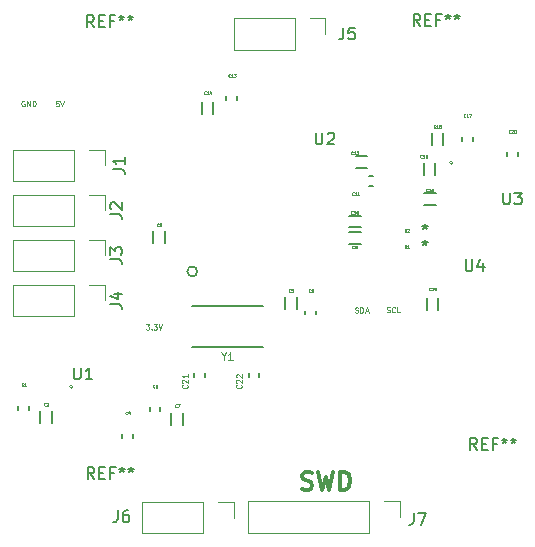
<source format=gto>
G04 #@! TF.FileFunction,Legend,Top*
%FSLAX46Y46*%
G04 Gerber Fmt 4.6, Leading zero omitted, Abs format (unit mm)*
G04 Created by KiCad (PCBNEW 4.0.7) date 12/16/19 01:30:10*
%MOMM*%
%LPD*%
G01*
G04 APERTURE LIST*
%ADD10C,0.100000*%
%ADD11C,0.300000*%
%ADD12C,0.127000*%
%ADD13C,0.120000*%
%ADD14C,0.025000*%
%ADD15C,0.150000*%
%ADD16C,0.050000*%
%ADD17C,0.062500*%
%ADD18C,0.112500*%
G04 APERTURE END LIST*
D10*
D11*
X140614286Y-134932143D02*
X140828572Y-135003571D01*
X141185715Y-135003571D01*
X141328572Y-134932143D01*
X141400001Y-134860714D01*
X141471429Y-134717857D01*
X141471429Y-134575000D01*
X141400001Y-134432143D01*
X141328572Y-134360714D01*
X141185715Y-134289286D01*
X140900001Y-134217857D01*
X140757143Y-134146429D01*
X140685715Y-134075000D01*
X140614286Y-133932143D01*
X140614286Y-133789286D01*
X140685715Y-133646429D01*
X140757143Y-133575000D01*
X140900001Y-133503571D01*
X141257143Y-133503571D01*
X141471429Y-133575000D01*
X141971429Y-133503571D02*
X142328572Y-135003571D01*
X142614286Y-133932143D01*
X142900000Y-135003571D01*
X143257143Y-133503571D01*
X143828572Y-135003571D02*
X143828572Y-133503571D01*
X144185715Y-133503571D01*
X144400000Y-133575000D01*
X144542858Y-133717857D01*
X144614286Y-133860714D01*
X144685715Y-134146429D01*
X144685715Y-134360714D01*
X144614286Y-134646429D01*
X144542858Y-134789286D01*
X144400000Y-134932143D01*
X144185715Y-135003571D01*
X143828572Y-135003571D01*
D12*
X117500000Y-127925000D02*
X117500000Y-128225000D01*
X116600000Y-127925000D02*
X116600000Y-128225000D01*
X119405000Y-129350000D02*
X119405000Y-128350000D01*
X118445000Y-128350000D02*
X118445000Y-129350000D01*
X140155000Y-119700000D02*
X140155000Y-118700000D01*
X139195000Y-118700000D02*
X139195000Y-119700000D01*
X126275000Y-130300000D02*
X126275000Y-130600000D01*
X125375000Y-130300000D02*
X125375000Y-130600000D01*
X141800000Y-119875000D02*
X141800000Y-120175000D01*
X140900000Y-119875000D02*
X140900000Y-120175000D01*
X128600000Y-128025000D02*
X128600000Y-128325000D01*
X127700000Y-128025000D02*
X127700000Y-128325000D01*
X130505000Y-129500000D02*
X130505000Y-128500000D01*
X129545000Y-128500000D02*
X129545000Y-129500000D01*
X128020000Y-113150000D02*
X128020000Y-114150000D01*
X128980000Y-114150000D02*
X128980000Y-113150000D01*
X145575000Y-113220000D02*
X144575000Y-113220000D01*
X144575000Y-114180000D02*
X145575000Y-114180000D01*
X145570000Y-111825000D02*
X144570000Y-111825000D01*
X144570000Y-112785000D02*
X145570000Y-112785000D01*
X146300000Y-108425000D02*
X146600000Y-108425000D01*
X146300000Y-109325000D02*
X146600000Y-109325000D01*
X146150000Y-106795000D02*
X145150000Y-106795000D01*
X145150000Y-107755000D02*
X146150000Y-107755000D01*
X134200000Y-102000000D02*
X134200000Y-101700000D01*
X135100000Y-102000000D02*
X135100000Y-101700000D01*
X132145000Y-102175000D02*
X132145000Y-103175000D01*
X133105000Y-103175000D02*
X133105000Y-102175000D01*
X151575000Y-104820000D02*
X151575000Y-105820000D01*
X152535000Y-105820000D02*
X152535000Y-104820000D01*
X150920000Y-110880000D02*
X151920000Y-110880000D01*
X151920000Y-109920000D02*
X150920000Y-109920000D01*
X154145000Y-105470000D02*
X154145000Y-105170000D01*
X155045000Y-105470000D02*
X155045000Y-105170000D01*
X151900000Y-108360000D02*
X151900000Y-107360000D01*
X150940000Y-107360000D02*
X150940000Y-108360000D01*
X152130000Y-119800000D02*
X152130000Y-118800000D01*
X151170000Y-118800000D02*
X151170000Y-119800000D01*
X157955000Y-106740000D02*
X157955000Y-106440000D01*
X158855000Y-106740000D02*
X158855000Y-106440000D01*
X131500000Y-125450000D02*
X131500000Y-125150000D01*
X132400000Y-125450000D02*
X132400000Y-125150000D01*
X136075000Y-125450000D02*
X136075000Y-125150000D01*
X136975000Y-125450000D02*
X136975000Y-125150000D01*
D13*
X116175000Y-106220000D02*
X116175000Y-108880000D01*
X121315000Y-106220000D02*
X116175000Y-106220000D01*
X121315000Y-108880000D02*
X116175000Y-108880000D01*
X121315000Y-106220000D02*
X121315000Y-108880000D01*
X122585000Y-106220000D02*
X123915000Y-106220000D01*
X123915000Y-106220000D02*
X123915000Y-107550000D01*
X116175000Y-110030000D02*
X116175000Y-112690000D01*
X121315000Y-110030000D02*
X116175000Y-110030000D01*
X121315000Y-112690000D02*
X116175000Y-112690000D01*
X121315000Y-110030000D02*
X121315000Y-112690000D01*
X122585000Y-110030000D02*
X123915000Y-110030000D01*
X123915000Y-110030000D02*
X123915000Y-111360000D01*
X116175000Y-113840000D02*
X116175000Y-116500000D01*
X121315000Y-113840000D02*
X116175000Y-113840000D01*
X121315000Y-116500000D02*
X116175000Y-116500000D01*
X121315000Y-113840000D02*
X121315000Y-116500000D01*
X122585000Y-113840000D02*
X123915000Y-113840000D01*
X123915000Y-113840000D02*
X123915000Y-115170000D01*
X116175000Y-117650000D02*
X116175000Y-120310000D01*
X121315000Y-117650000D02*
X116175000Y-117650000D01*
X121315000Y-120310000D02*
X116175000Y-120310000D01*
X121315000Y-117650000D02*
X121315000Y-120310000D01*
X122585000Y-117650000D02*
X123915000Y-117650000D01*
X123915000Y-117650000D02*
X123915000Y-118980000D01*
X134850000Y-95100000D02*
X134850000Y-97760000D01*
X139990000Y-95100000D02*
X134850000Y-95100000D01*
X139990000Y-97760000D02*
X134850000Y-97760000D01*
X139990000Y-95100000D02*
X139990000Y-97760000D01*
X141260000Y-95100000D02*
X142590000Y-95100000D01*
X142590000Y-95100000D02*
X142590000Y-96430000D01*
X127075000Y-136040000D02*
X127075000Y-138700000D01*
X132215000Y-136040000D02*
X127075000Y-136040000D01*
X132215000Y-138700000D02*
X127075000Y-138700000D01*
X132215000Y-136040000D02*
X132215000Y-138700000D01*
X133485000Y-136040000D02*
X134815000Y-136040000D01*
X134815000Y-136040000D02*
X134815000Y-137370000D01*
D14*
X121216421Y-126275000D02*
G75*
G03X121216421Y-126275000I-141421J0D01*
G01*
D15*
X131739264Y-116535000D02*
G75*
G03X131739264Y-116535000I-424264J0D01*
G01*
D16*
X153371421Y-107330000D02*
G75*
G03X153371421Y-107330000I-141421J0D01*
G01*
D12*
X137275000Y-122945000D02*
X131275000Y-122945000D01*
X137275000Y-119445000D02*
X131275000Y-119445000D01*
D13*
X136060000Y-135995000D02*
X136060000Y-138655000D01*
X146280000Y-135995000D02*
X136060000Y-135995000D01*
X146280000Y-138655000D02*
X136060000Y-138655000D01*
X146280000Y-135995000D02*
X146280000Y-138655000D01*
X147550000Y-135995000D02*
X148880000Y-135995000D01*
X148880000Y-135995000D02*
X148880000Y-137325000D01*
D15*
X123026667Y-134102381D02*
X122693333Y-133626190D01*
X122455238Y-134102381D02*
X122455238Y-133102381D01*
X122836191Y-133102381D01*
X122931429Y-133150000D01*
X122979048Y-133197619D01*
X123026667Y-133292857D01*
X123026667Y-133435714D01*
X122979048Y-133530952D01*
X122931429Y-133578571D01*
X122836191Y-133626190D01*
X122455238Y-133626190D01*
X123455238Y-133578571D02*
X123788572Y-133578571D01*
X123931429Y-134102381D02*
X123455238Y-134102381D01*
X123455238Y-133102381D01*
X123931429Y-133102381D01*
X124693334Y-133578571D02*
X124360000Y-133578571D01*
X124360000Y-134102381D02*
X124360000Y-133102381D01*
X124836191Y-133102381D01*
X125360000Y-133102381D02*
X125360000Y-133340476D01*
X125121905Y-133245238D02*
X125360000Y-133340476D01*
X125598096Y-133245238D01*
X125217143Y-133530952D02*
X125360000Y-133340476D01*
X125502858Y-133530952D01*
X126121905Y-133102381D02*
X126121905Y-133340476D01*
X125883810Y-133245238D02*
X126121905Y-133340476D01*
X126360001Y-133245238D01*
X125979048Y-133530952D02*
X126121905Y-133340476D01*
X126264763Y-133530952D01*
X155406667Y-131632381D02*
X155073333Y-131156190D01*
X154835238Y-131632381D02*
X154835238Y-130632381D01*
X155216191Y-130632381D01*
X155311429Y-130680000D01*
X155359048Y-130727619D01*
X155406667Y-130822857D01*
X155406667Y-130965714D01*
X155359048Y-131060952D01*
X155311429Y-131108571D01*
X155216191Y-131156190D01*
X154835238Y-131156190D01*
X155835238Y-131108571D02*
X156168572Y-131108571D01*
X156311429Y-131632381D02*
X155835238Y-131632381D01*
X155835238Y-130632381D01*
X156311429Y-130632381D01*
X157073334Y-131108571D02*
X156740000Y-131108571D01*
X156740000Y-131632381D02*
X156740000Y-130632381D01*
X157216191Y-130632381D01*
X157740000Y-130632381D02*
X157740000Y-130870476D01*
X157501905Y-130775238D02*
X157740000Y-130870476D01*
X157978096Y-130775238D01*
X157597143Y-131060952D02*
X157740000Y-130870476D01*
X157882858Y-131060952D01*
X158501905Y-130632381D02*
X158501905Y-130870476D01*
X158263810Y-130775238D02*
X158501905Y-130870476D01*
X158740001Y-130775238D01*
X158359048Y-131060952D02*
X158501905Y-130870476D01*
X158644763Y-131060952D01*
X150616667Y-95732381D02*
X150283333Y-95256190D01*
X150045238Y-95732381D02*
X150045238Y-94732381D01*
X150426191Y-94732381D01*
X150521429Y-94780000D01*
X150569048Y-94827619D01*
X150616667Y-94922857D01*
X150616667Y-95065714D01*
X150569048Y-95160952D01*
X150521429Y-95208571D01*
X150426191Y-95256190D01*
X150045238Y-95256190D01*
X151045238Y-95208571D02*
X151378572Y-95208571D01*
X151521429Y-95732381D02*
X151045238Y-95732381D01*
X151045238Y-94732381D01*
X151521429Y-94732381D01*
X152283334Y-95208571D02*
X151950000Y-95208571D01*
X151950000Y-95732381D02*
X151950000Y-94732381D01*
X152426191Y-94732381D01*
X152950000Y-94732381D02*
X152950000Y-94970476D01*
X152711905Y-94875238D02*
X152950000Y-94970476D01*
X153188096Y-94875238D01*
X152807143Y-95160952D02*
X152950000Y-94970476D01*
X153092858Y-95160952D01*
X153711905Y-94732381D02*
X153711905Y-94970476D01*
X153473810Y-94875238D02*
X153711905Y-94970476D01*
X153950001Y-94875238D01*
X153569048Y-95160952D02*
X153711905Y-94970476D01*
X153854763Y-95160952D01*
D16*
X117004829Y-126186081D02*
X116993351Y-126197559D01*
X116958918Y-126209036D01*
X116935963Y-126209036D01*
X116901531Y-126197559D01*
X116878575Y-126174604D01*
X116867098Y-126151649D01*
X116855620Y-126105738D01*
X116855620Y-126071306D01*
X116867098Y-126025395D01*
X116878575Y-126002440D01*
X116901531Y-125979485D01*
X116935963Y-125968007D01*
X116958918Y-125968007D01*
X116993351Y-125979485D01*
X117004829Y-125990963D01*
X117234380Y-126209036D02*
X117096649Y-126209036D01*
X117165515Y-126209036D02*
X117165515Y-125968007D01*
X117142560Y-126002440D01*
X117119604Y-126025395D01*
X117096649Y-126036873D01*
X118909829Y-127891081D02*
X118898351Y-127902559D01*
X118863918Y-127914036D01*
X118840963Y-127914036D01*
X118806531Y-127902559D01*
X118783575Y-127879604D01*
X118772098Y-127856649D01*
X118760620Y-127810738D01*
X118760620Y-127776306D01*
X118772098Y-127730395D01*
X118783575Y-127707440D01*
X118806531Y-127684485D01*
X118840963Y-127673007D01*
X118863918Y-127673007D01*
X118898351Y-127684485D01*
X118909829Y-127695963D01*
X119001649Y-127695963D02*
X119013127Y-127684485D01*
X119036082Y-127673007D01*
X119093470Y-127673007D01*
X119116425Y-127684485D01*
X119127903Y-127695963D01*
X119139380Y-127718918D01*
X119139380Y-127741873D01*
X119127903Y-127776306D01*
X118990172Y-127914036D01*
X119139380Y-127914036D01*
X139634829Y-118261081D02*
X139623351Y-118272559D01*
X139588918Y-118284036D01*
X139565963Y-118284036D01*
X139531531Y-118272559D01*
X139508575Y-118249604D01*
X139497098Y-118226649D01*
X139485620Y-118180738D01*
X139485620Y-118146306D01*
X139497098Y-118100395D01*
X139508575Y-118077440D01*
X139531531Y-118054485D01*
X139565963Y-118043007D01*
X139588918Y-118043007D01*
X139623351Y-118054485D01*
X139634829Y-118065963D01*
X139715172Y-118043007D02*
X139864380Y-118043007D01*
X139784037Y-118134828D01*
X139818470Y-118134828D01*
X139841425Y-118146306D01*
X139852903Y-118157783D01*
X139864380Y-118180738D01*
X139864380Y-118238126D01*
X139852903Y-118261081D01*
X139841425Y-118272559D01*
X139818470Y-118284036D01*
X139749604Y-118284036D01*
X139726649Y-118272559D01*
X139715172Y-118261081D01*
X125809829Y-128611081D02*
X125798351Y-128622559D01*
X125763918Y-128634036D01*
X125740963Y-128634036D01*
X125706531Y-128622559D01*
X125683575Y-128599604D01*
X125672098Y-128576649D01*
X125660620Y-128530738D01*
X125660620Y-128496306D01*
X125672098Y-128450395D01*
X125683575Y-128427440D01*
X125706531Y-128404485D01*
X125740963Y-128393007D01*
X125763918Y-128393007D01*
X125798351Y-128404485D01*
X125809829Y-128415963D01*
X126016425Y-128473350D02*
X126016425Y-128634036D01*
X125959037Y-128381530D02*
X125901649Y-128553693D01*
X126050858Y-128553693D01*
X141334829Y-118261081D02*
X141323351Y-118272559D01*
X141288918Y-118284036D01*
X141265963Y-118284036D01*
X141231531Y-118272559D01*
X141208575Y-118249604D01*
X141197098Y-118226649D01*
X141185620Y-118180738D01*
X141185620Y-118146306D01*
X141197098Y-118100395D01*
X141208575Y-118077440D01*
X141231531Y-118054485D01*
X141265963Y-118043007D01*
X141288918Y-118043007D01*
X141323351Y-118054485D01*
X141334829Y-118065963D01*
X141552903Y-118043007D02*
X141438127Y-118043007D01*
X141426649Y-118157783D01*
X141438127Y-118146306D01*
X141461082Y-118134828D01*
X141518470Y-118134828D01*
X141541425Y-118146306D01*
X141552903Y-118157783D01*
X141564380Y-118180738D01*
X141564380Y-118238126D01*
X141552903Y-118261081D01*
X141541425Y-118272559D01*
X141518470Y-118284036D01*
X141461082Y-118284036D01*
X141438127Y-118272559D01*
X141426649Y-118261081D01*
X128109829Y-126336081D02*
X128098351Y-126347559D01*
X128063918Y-126359036D01*
X128040963Y-126359036D01*
X128006531Y-126347559D01*
X127983575Y-126324604D01*
X127972098Y-126301649D01*
X127960620Y-126255738D01*
X127960620Y-126221306D01*
X127972098Y-126175395D01*
X127983575Y-126152440D01*
X128006531Y-126129485D01*
X128040963Y-126118007D01*
X128063918Y-126118007D01*
X128098351Y-126129485D01*
X128109829Y-126140963D01*
X128316425Y-126118007D02*
X128270515Y-126118007D01*
X128247560Y-126129485D01*
X128236082Y-126140963D01*
X128213127Y-126175395D01*
X128201649Y-126221306D01*
X128201649Y-126313126D01*
X128213127Y-126336081D01*
X128224604Y-126347559D01*
X128247560Y-126359036D01*
X128293470Y-126359036D01*
X128316425Y-126347559D01*
X128327903Y-126336081D01*
X128339380Y-126313126D01*
X128339380Y-126255738D01*
X128327903Y-126232783D01*
X128316425Y-126221306D01*
X128293470Y-126209828D01*
X128247560Y-126209828D01*
X128224604Y-126221306D01*
X128213127Y-126232783D01*
X128201649Y-126255738D01*
X130009829Y-127986081D02*
X129998351Y-127997559D01*
X129963918Y-128009036D01*
X129940963Y-128009036D01*
X129906531Y-127997559D01*
X129883575Y-127974604D01*
X129872098Y-127951649D01*
X129860620Y-127905738D01*
X129860620Y-127871306D01*
X129872098Y-127825395D01*
X129883575Y-127802440D01*
X129906531Y-127779485D01*
X129940963Y-127768007D01*
X129963918Y-127768007D01*
X129998351Y-127779485D01*
X130009829Y-127790963D01*
X130090172Y-127768007D02*
X130250858Y-127768007D01*
X130147560Y-128009036D01*
X128459829Y-112686081D02*
X128448351Y-112697559D01*
X128413918Y-112709036D01*
X128390963Y-112709036D01*
X128356531Y-112697559D01*
X128333575Y-112674604D01*
X128322098Y-112651649D01*
X128310620Y-112605738D01*
X128310620Y-112571306D01*
X128322098Y-112525395D01*
X128333575Y-112502440D01*
X128356531Y-112479485D01*
X128390963Y-112468007D01*
X128413918Y-112468007D01*
X128448351Y-112479485D01*
X128459829Y-112490963D01*
X128597560Y-112571306D02*
X128574604Y-112559828D01*
X128563127Y-112548350D01*
X128551649Y-112525395D01*
X128551649Y-112513918D01*
X128563127Y-112490963D01*
X128574604Y-112479485D01*
X128597560Y-112468007D01*
X128643470Y-112468007D01*
X128666425Y-112479485D01*
X128677903Y-112490963D01*
X128689380Y-112513918D01*
X128689380Y-112525395D01*
X128677903Y-112548350D01*
X128666425Y-112559828D01*
X128643470Y-112571306D01*
X128597560Y-112571306D01*
X128574604Y-112582783D01*
X128563127Y-112594261D01*
X128551649Y-112617216D01*
X128551649Y-112663126D01*
X128563127Y-112686081D01*
X128574604Y-112697559D01*
X128597560Y-112709036D01*
X128643470Y-112709036D01*
X128666425Y-112697559D01*
X128677903Y-112686081D01*
X128689380Y-112663126D01*
X128689380Y-112617216D01*
X128677903Y-112594261D01*
X128666425Y-112582783D01*
X128643470Y-112571306D01*
X145014829Y-114561081D02*
X145003351Y-114572559D01*
X144968918Y-114584036D01*
X144945963Y-114584036D01*
X144911531Y-114572559D01*
X144888575Y-114549604D01*
X144877098Y-114526649D01*
X144865620Y-114480738D01*
X144865620Y-114446306D01*
X144877098Y-114400395D01*
X144888575Y-114377440D01*
X144911531Y-114354485D01*
X144945963Y-114343007D01*
X144968918Y-114343007D01*
X145003351Y-114354485D01*
X145014829Y-114365963D01*
X145129604Y-114584036D02*
X145175515Y-114584036D01*
X145198470Y-114572559D01*
X145209947Y-114561081D01*
X145232903Y-114526649D01*
X145244380Y-114480738D01*
X145244380Y-114388918D01*
X145232903Y-114365963D01*
X145221425Y-114354485D01*
X145198470Y-114343007D01*
X145152560Y-114343007D01*
X145129604Y-114354485D01*
X145118127Y-114365963D01*
X145106649Y-114388918D01*
X145106649Y-114446306D01*
X145118127Y-114469261D01*
X145129604Y-114480738D01*
X145152560Y-114492216D01*
X145198470Y-114492216D01*
X145221425Y-114480738D01*
X145232903Y-114469261D01*
X145244380Y-114446306D01*
X144895054Y-111636081D02*
X144883576Y-111647559D01*
X144849143Y-111659036D01*
X144826188Y-111659036D01*
X144791756Y-111647559D01*
X144768800Y-111624604D01*
X144757323Y-111601649D01*
X144745845Y-111555738D01*
X144745845Y-111521306D01*
X144757323Y-111475395D01*
X144768800Y-111452440D01*
X144791756Y-111429485D01*
X144826188Y-111418007D01*
X144849143Y-111418007D01*
X144883576Y-111429485D01*
X144895054Y-111440963D01*
X145124605Y-111659036D02*
X144986874Y-111659036D01*
X145055740Y-111659036D02*
X145055740Y-111418007D01*
X145032785Y-111452440D01*
X145009829Y-111475395D01*
X144986874Y-111486873D01*
X145273813Y-111418007D02*
X145296768Y-111418007D01*
X145319723Y-111429485D01*
X145331201Y-111440963D01*
X145342679Y-111463918D01*
X145354156Y-111509828D01*
X145354156Y-111567216D01*
X145342679Y-111613126D01*
X145331201Y-111636081D01*
X145319723Y-111647559D01*
X145296768Y-111659036D01*
X145273813Y-111659036D01*
X145250858Y-111647559D01*
X145239380Y-111636081D01*
X145227903Y-111613126D01*
X145216425Y-111567216D01*
X145216425Y-111509828D01*
X145227903Y-111463918D01*
X145239380Y-111440963D01*
X145250858Y-111429485D01*
X145273813Y-111418007D01*
X144995054Y-110036081D02*
X144983576Y-110047559D01*
X144949143Y-110059036D01*
X144926188Y-110059036D01*
X144891756Y-110047559D01*
X144868800Y-110024604D01*
X144857323Y-110001649D01*
X144845845Y-109955738D01*
X144845845Y-109921306D01*
X144857323Y-109875395D01*
X144868800Y-109852440D01*
X144891756Y-109829485D01*
X144926188Y-109818007D01*
X144949143Y-109818007D01*
X144983576Y-109829485D01*
X144995054Y-109840963D01*
X145224605Y-110059036D02*
X145086874Y-110059036D01*
X145155740Y-110059036D02*
X145155740Y-109818007D01*
X145132785Y-109852440D01*
X145109829Y-109875395D01*
X145086874Y-109886873D01*
X145454156Y-110059036D02*
X145316425Y-110059036D01*
X145385291Y-110059036D02*
X145385291Y-109818007D01*
X145362336Y-109852440D01*
X145339380Y-109875395D01*
X145316425Y-109886873D01*
X144920054Y-106586081D02*
X144908576Y-106597559D01*
X144874143Y-106609036D01*
X144851188Y-106609036D01*
X144816756Y-106597559D01*
X144793800Y-106574604D01*
X144782323Y-106551649D01*
X144770845Y-106505738D01*
X144770845Y-106471306D01*
X144782323Y-106425395D01*
X144793800Y-106402440D01*
X144816756Y-106379485D01*
X144851188Y-106368007D01*
X144874143Y-106368007D01*
X144908576Y-106379485D01*
X144920054Y-106390963D01*
X145149605Y-106609036D02*
X145011874Y-106609036D01*
X145080740Y-106609036D02*
X145080740Y-106368007D01*
X145057785Y-106402440D01*
X145034829Y-106425395D01*
X145011874Y-106436873D01*
X145241425Y-106390963D02*
X145252903Y-106379485D01*
X145275858Y-106368007D01*
X145333246Y-106368007D01*
X145356201Y-106379485D01*
X145367679Y-106390963D01*
X145379156Y-106413918D01*
X145379156Y-106436873D01*
X145367679Y-106471306D01*
X145229948Y-106609036D01*
X145379156Y-106609036D01*
X134520054Y-100041081D02*
X134508576Y-100052559D01*
X134474143Y-100064036D01*
X134451188Y-100064036D01*
X134416756Y-100052559D01*
X134393800Y-100029604D01*
X134382323Y-100006649D01*
X134370845Y-99960738D01*
X134370845Y-99926306D01*
X134382323Y-99880395D01*
X134393800Y-99857440D01*
X134416756Y-99834485D01*
X134451188Y-99823007D01*
X134474143Y-99823007D01*
X134508576Y-99834485D01*
X134520054Y-99845963D01*
X134749605Y-100064036D02*
X134611874Y-100064036D01*
X134680740Y-100064036D02*
X134680740Y-99823007D01*
X134657785Y-99857440D01*
X134634829Y-99880395D01*
X134611874Y-99891873D01*
X134829948Y-99823007D02*
X134979156Y-99823007D01*
X134898813Y-99914828D01*
X134933246Y-99914828D01*
X134956201Y-99926306D01*
X134967679Y-99937783D01*
X134979156Y-99960738D01*
X134979156Y-100018126D01*
X134967679Y-100041081D01*
X134956201Y-100052559D01*
X134933246Y-100064036D01*
X134864380Y-100064036D01*
X134841425Y-100052559D01*
X134829948Y-100041081D01*
X132470054Y-101491081D02*
X132458576Y-101502559D01*
X132424143Y-101514036D01*
X132401188Y-101514036D01*
X132366756Y-101502559D01*
X132343800Y-101479604D01*
X132332323Y-101456649D01*
X132320845Y-101410738D01*
X132320845Y-101376306D01*
X132332323Y-101330395D01*
X132343800Y-101307440D01*
X132366756Y-101284485D01*
X132401188Y-101273007D01*
X132424143Y-101273007D01*
X132458576Y-101284485D01*
X132470054Y-101295963D01*
X132699605Y-101514036D02*
X132561874Y-101514036D01*
X132630740Y-101514036D02*
X132630740Y-101273007D01*
X132607785Y-101307440D01*
X132584829Y-101330395D01*
X132561874Y-101341873D01*
X132906201Y-101353350D02*
X132906201Y-101514036D01*
X132848813Y-101261530D02*
X132791425Y-101433693D01*
X132940634Y-101433693D01*
X151895054Y-104336081D02*
X151883576Y-104347559D01*
X151849143Y-104359036D01*
X151826188Y-104359036D01*
X151791756Y-104347559D01*
X151768800Y-104324604D01*
X151757323Y-104301649D01*
X151745845Y-104255738D01*
X151745845Y-104221306D01*
X151757323Y-104175395D01*
X151768800Y-104152440D01*
X151791756Y-104129485D01*
X151826188Y-104118007D01*
X151849143Y-104118007D01*
X151883576Y-104129485D01*
X151895054Y-104140963D01*
X152124605Y-104359036D02*
X151986874Y-104359036D01*
X152055740Y-104359036D02*
X152055740Y-104118007D01*
X152032785Y-104152440D01*
X152009829Y-104175395D01*
X151986874Y-104186873D01*
X152342679Y-104118007D02*
X152227903Y-104118007D01*
X152216425Y-104232783D01*
X152227903Y-104221306D01*
X152250858Y-104209828D01*
X152308246Y-104209828D01*
X152331201Y-104221306D01*
X152342679Y-104232783D01*
X152354156Y-104255738D01*
X152354156Y-104313126D01*
X152342679Y-104336081D01*
X152331201Y-104347559D01*
X152308246Y-104359036D01*
X152250858Y-104359036D01*
X152227903Y-104347559D01*
X152216425Y-104336081D01*
X151245054Y-109736081D02*
X151233576Y-109747559D01*
X151199143Y-109759036D01*
X151176188Y-109759036D01*
X151141756Y-109747559D01*
X151118800Y-109724604D01*
X151107323Y-109701649D01*
X151095845Y-109655738D01*
X151095845Y-109621306D01*
X151107323Y-109575395D01*
X151118800Y-109552440D01*
X151141756Y-109529485D01*
X151176188Y-109518007D01*
X151199143Y-109518007D01*
X151233576Y-109529485D01*
X151245054Y-109540963D01*
X151474605Y-109759036D02*
X151336874Y-109759036D01*
X151405740Y-109759036D02*
X151405740Y-109518007D01*
X151382785Y-109552440D01*
X151359829Y-109575395D01*
X151336874Y-109586873D01*
X151681201Y-109518007D02*
X151635291Y-109518007D01*
X151612336Y-109529485D01*
X151600858Y-109540963D01*
X151577903Y-109575395D01*
X151566425Y-109621306D01*
X151566425Y-109713126D01*
X151577903Y-109736081D01*
X151589380Y-109747559D01*
X151612336Y-109759036D01*
X151658246Y-109759036D01*
X151681201Y-109747559D01*
X151692679Y-109736081D01*
X151704156Y-109713126D01*
X151704156Y-109655738D01*
X151692679Y-109632783D01*
X151681201Y-109621306D01*
X151658246Y-109609828D01*
X151612336Y-109609828D01*
X151589380Y-109621306D01*
X151577903Y-109632783D01*
X151566425Y-109655738D01*
X154445054Y-103436081D02*
X154433576Y-103447559D01*
X154399143Y-103459036D01*
X154376188Y-103459036D01*
X154341756Y-103447559D01*
X154318800Y-103424604D01*
X154307323Y-103401649D01*
X154295845Y-103355738D01*
X154295845Y-103321306D01*
X154307323Y-103275395D01*
X154318800Y-103252440D01*
X154341756Y-103229485D01*
X154376188Y-103218007D01*
X154399143Y-103218007D01*
X154433576Y-103229485D01*
X154445054Y-103240963D01*
X154674605Y-103459036D02*
X154536874Y-103459036D01*
X154605740Y-103459036D02*
X154605740Y-103218007D01*
X154582785Y-103252440D01*
X154559829Y-103275395D01*
X154536874Y-103286873D01*
X154754948Y-103218007D02*
X154915634Y-103218007D01*
X154812336Y-103459036D01*
X150745054Y-106886081D02*
X150733576Y-106897559D01*
X150699143Y-106909036D01*
X150676188Y-106909036D01*
X150641756Y-106897559D01*
X150618800Y-106874604D01*
X150607323Y-106851649D01*
X150595845Y-106805738D01*
X150595845Y-106771306D01*
X150607323Y-106725395D01*
X150618800Y-106702440D01*
X150641756Y-106679485D01*
X150676188Y-106668007D01*
X150699143Y-106668007D01*
X150733576Y-106679485D01*
X150745054Y-106690963D01*
X150974605Y-106909036D02*
X150836874Y-106909036D01*
X150905740Y-106909036D02*
X150905740Y-106668007D01*
X150882785Y-106702440D01*
X150859829Y-106725395D01*
X150836874Y-106736873D01*
X151112336Y-106771306D02*
X151089380Y-106759828D01*
X151077903Y-106748350D01*
X151066425Y-106725395D01*
X151066425Y-106713918D01*
X151077903Y-106690963D01*
X151089380Y-106679485D01*
X151112336Y-106668007D01*
X151158246Y-106668007D01*
X151181201Y-106679485D01*
X151192679Y-106690963D01*
X151204156Y-106713918D01*
X151204156Y-106725395D01*
X151192679Y-106748350D01*
X151181201Y-106759828D01*
X151158246Y-106771306D01*
X151112336Y-106771306D01*
X151089380Y-106782783D01*
X151077903Y-106794261D01*
X151066425Y-106817216D01*
X151066425Y-106863126D01*
X151077903Y-106886081D01*
X151089380Y-106897559D01*
X151112336Y-106909036D01*
X151158246Y-106909036D01*
X151181201Y-106897559D01*
X151192679Y-106886081D01*
X151204156Y-106863126D01*
X151204156Y-106817216D01*
X151192679Y-106794261D01*
X151181201Y-106782783D01*
X151158246Y-106771306D01*
X151495054Y-118116081D02*
X151483576Y-118127559D01*
X151449143Y-118139036D01*
X151426188Y-118139036D01*
X151391756Y-118127559D01*
X151368800Y-118104604D01*
X151357323Y-118081649D01*
X151345845Y-118035738D01*
X151345845Y-118001306D01*
X151357323Y-117955395D01*
X151368800Y-117932440D01*
X151391756Y-117909485D01*
X151426188Y-117898007D01*
X151449143Y-117898007D01*
X151483576Y-117909485D01*
X151495054Y-117920963D01*
X151724605Y-118139036D02*
X151586874Y-118139036D01*
X151655740Y-118139036D02*
X151655740Y-117898007D01*
X151632785Y-117932440D01*
X151609829Y-117955395D01*
X151586874Y-117966873D01*
X151839380Y-118139036D02*
X151885291Y-118139036D01*
X151908246Y-118127559D01*
X151919723Y-118116081D01*
X151942679Y-118081649D01*
X151954156Y-118035738D01*
X151954156Y-117943918D01*
X151942679Y-117920963D01*
X151931201Y-117909485D01*
X151908246Y-117898007D01*
X151862336Y-117898007D01*
X151839380Y-117909485D01*
X151827903Y-117920963D01*
X151816425Y-117943918D01*
X151816425Y-118001306D01*
X151827903Y-118024261D01*
X151839380Y-118035738D01*
X151862336Y-118047216D01*
X151908246Y-118047216D01*
X151931201Y-118035738D01*
X151942679Y-118024261D01*
X151954156Y-118001306D01*
X158250054Y-104771081D02*
X158238576Y-104782559D01*
X158204143Y-104794036D01*
X158181188Y-104794036D01*
X158146756Y-104782559D01*
X158123800Y-104759604D01*
X158112323Y-104736649D01*
X158100845Y-104690738D01*
X158100845Y-104656306D01*
X158112323Y-104610395D01*
X158123800Y-104587440D01*
X158146756Y-104564485D01*
X158181188Y-104553007D01*
X158204143Y-104553007D01*
X158238576Y-104564485D01*
X158250054Y-104575963D01*
X158341874Y-104575963D02*
X158353352Y-104564485D01*
X158376307Y-104553007D01*
X158433695Y-104553007D01*
X158456650Y-104564485D01*
X158468128Y-104575963D01*
X158479605Y-104598918D01*
X158479605Y-104621873D01*
X158468128Y-104656306D01*
X158330397Y-104794036D01*
X158479605Y-104794036D01*
X158628813Y-104553007D02*
X158651768Y-104553007D01*
X158674723Y-104564485D01*
X158686201Y-104575963D01*
X158697679Y-104598918D01*
X158709156Y-104644828D01*
X158709156Y-104702216D01*
X158697679Y-104748126D01*
X158686201Y-104771081D01*
X158674723Y-104782559D01*
X158651768Y-104794036D01*
X158628813Y-104794036D01*
X158605858Y-104782559D01*
X158594380Y-104771081D01*
X158582903Y-104748126D01*
X158571425Y-104702216D01*
X158571425Y-104644828D01*
X158582903Y-104598918D01*
X158594380Y-104575963D01*
X158605858Y-104564485D01*
X158628813Y-104553007D01*
X130880059Y-126141596D02*
X130902634Y-126164171D01*
X130925208Y-126231895D01*
X130925208Y-126277044D01*
X130902634Y-126344768D01*
X130857485Y-126389917D01*
X130812335Y-126412492D01*
X130722037Y-126435067D01*
X130654313Y-126435067D01*
X130564014Y-126412492D01*
X130518865Y-126389917D01*
X130473716Y-126344768D01*
X130451141Y-126277044D01*
X130451141Y-126231895D01*
X130473716Y-126164171D01*
X130496291Y-126141596D01*
X130496291Y-125961000D02*
X130473716Y-125938425D01*
X130451141Y-125893276D01*
X130451141Y-125780403D01*
X130473716Y-125735253D01*
X130496291Y-125712679D01*
X130541440Y-125690104D01*
X130586589Y-125690104D01*
X130654313Y-125712679D01*
X130925208Y-125983574D01*
X130925208Y-125690104D01*
X130925208Y-125238612D02*
X130925208Y-125509508D01*
X130925208Y-125374060D02*
X130451141Y-125374060D01*
X130518865Y-125419209D01*
X130564014Y-125464358D01*
X130586589Y-125509508D01*
X135455059Y-126141596D02*
X135477634Y-126164171D01*
X135500208Y-126231895D01*
X135500208Y-126277044D01*
X135477634Y-126344768D01*
X135432485Y-126389917D01*
X135387335Y-126412492D01*
X135297037Y-126435067D01*
X135229313Y-126435067D01*
X135139014Y-126412492D01*
X135093865Y-126389917D01*
X135048716Y-126344768D01*
X135026141Y-126277044D01*
X135026141Y-126231895D01*
X135048716Y-126164171D01*
X135071291Y-126141596D01*
X135071291Y-125961000D02*
X135048716Y-125938425D01*
X135026141Y-125893276D01*
X135026141Y-125780403D01*
X135048716Y-125735253D01*
X135071291Y-125712679D01*
X135116440Y-125690104D01*
X135161589Y-125690104D01*
X135229313Y-125712679D01*
X135500208Y-125983574D01*
X135500208Y-125690104D01*
X135071291Y-125509508D02*
X135048716Y-125486933D01*
X135026141Y-125441784D01*
X135026141Y-125328911D01*
X135048716Y-125283761D01*
X135071291Y-125261187D01*
X135116440Y-125238612D01*
X135161589Y-125238612D01*
X135229313Y-125261187D01*
X135500208Y-125532082D01*
X135500208Y-125238612D01*
D15*
X124577381Y-107883333D02*
X125291667Y-107883333D01*
X125434524Y-107930953D01*
X125529762Y-108026191D01*
X125577381Y-108169048D01*
X125577381Y-108264286D01*
X125577381Y-106883333D02*
X125577381Y-107454762D01*
X125577381Y-107169048D02*
X124577381Y-107169048D01*
X124720238Y-107264286D01*
X124815476Y-107359524D01*
X124863095Y-107454762D01*
X124367381Y-111693333D02*
X125081667Y-111693333D01*
X125224524Y-111740953D01*
X125319762Y-111836191D01*
X125367381Y-111979048D01*
X125367381Y-112074286D01*
X124462619Y-111264762D02*
X124415000Y-111217143D01*
X124367381Y-111121905D01*
X124367381Y-110883809D01*
X124415000Y-110788571D01*
X124462619Y-110740952D01*
X124557857Y-110693333D01*
X124653095Y-110693333D01*
X124795952Y-110740952D01*
X125367381Y-111312381D01*
X125367381Y-110693333D01*
X124367381Y-115503333D02*
X125081667Y-115503333D01*
X125224524Y-115550953D01*
X125319762Y-115646191D01*
X125367381Y-115789048D01*
X125367381Y-115884286D01*
X124367381Y-115122381D02*
X124367381Y-114503333D01*
X124748333Y-114836667D01*
X124748333Y-114693809D01*
X124795952Y-114598571D01*
X124843571Y-114550952D01*
X124938810Y-114503333D01*
X125176905Y-114503333D01*
X125272143Y-114550952D01*
X125319762Y-114598571D01*
X125367381Y-114693809D01*
X125367381Y-114979524D01*
X125319762Y-115074762D01*
X125272143Y-115122381D01*
X124367381Y-119313333D02*
X125081667Y-119313333D01*
X125224524Y-119360953D01*
X125319762Y-119456191D01*
X125367381Y-119599048D01*
X125367381Y-119694286D01*
X124700714Y-118408571D02*
X125367381Y-118408571D01*
X124319762Y-118646667D02*
X125034048Y-118884762D01*
X125034048Y-118265714D01*
X144101667Y-95882381D02*
X144101667Y-96596667D01*
X144054047Y-96739524D01*
X143958809Y-96834762D01*
X143815952Y-96882381D01*
X143720714Y-96882381D01*
X145054048Y-95882381D02*
X144577857Y-95882381D01*
X144530238Y-96358571D01*
X144577857Y-96310952D01*
X144673095Y-96263333D01*
X144911191Y-96263333D01*
X145006429Y-96310952D01*
X145054048Y-96358571D01*
X145101667Y-96453810D01*
X145101667Y-96691905D01*
X145054048Y-96787143D01*
X145006429Y-96834762D01*
X144911191Y-96882381D01*
X144673095Y-96882381D01*
X144577857Y-96834762D01*
X144530238Y-96787143D01*
X124991667Y-136752381D02*
X124991667Y-137466667D01*
X124944047Y-137609524D01*
X124848809Y-137704762D01*
X124705952Y-137752381D01*
X124610714Y-137752381D01*
X125896429Y-136752381D02*
X125705952Y-136752381D01*
X125610714Y-136800000D01*
X125563095Y-136847619D01*
X125467857Y-136990476D01*
X125420238Y-137180952D01*
X125420238Y-137561905D01*
X125467857Y-137657143D01*
X125515476Y-137704762D01*
X125610714Y-137752381D01*
X125801191Y-137752381D01*
X125896429Y-137704762D01*
X125944048Y-137657143D01*
X125991667Y-137561905D01*
X125991667Y-137323810D01*
X125944048Y-137228571D01*
X125896429Y-137180952D01*
X125801191Y-137133333D01*
X125610714Y-137133333D01*
X125515476Y-137180952D01*
X125467857Y-137228571D01*
X125420238Y-137323810D01*
D17*
X149438334Y-114573095D02*
X149355001Y-114454048D01*
X149295477Y-114573095D02*
X149295477Y-114323095D01*
X149390715Y-114323095D01*
X149414524Y-114335000D01*
X149426429Y-114346905D01*
X149438334Y-114370714D01*
X149438334Y-114406429D01*
X149426429Y-114430238D01*
X149414524Y-114442143D01*
X149390715Y-114454048D01*
X149295477Y-114454048D01*
X149676429Y-114573095D02*
X149533572Y-114573095D01*
X149605001Y-114573095D02*
X149605001Y-114323095D01*
X149581191Y-114358810D01*
X149557382Y-114382619D01*
X149533572Y-114394524D01*
D15*
X151000000Y-113902381D02*
X151000000Y-114140476D01*
X150761905Y-114045238D02*
X151000000Y-114140476D01*
X151238096Y-114045238D01*
X150857143Y-114330952D02*
X151000000Y-114140476D01*
X151142858Y-114330952D01*
D17*
X149438334Y-113178095D02*
X149355001Y-113059048D01*
X149295477Y-113178095D02*
X149295477Y-112928095D01*
X149390715Y-112928095D01*
X149414524Y-112940000D01*
X149426429Y-112951905D01*
X149438334Y-112975714D01*
X149438334Y-113011429D01*
X149426429Y-113035238D01*
X149414524Y-113047143D01*
X149390715Y-113059048D01*
X149295477Y-113059048D01*
X149533572Y-112951905D02*
X149545477Y-112940000D01*
X149569286Y-112928095D01*
X149628810Y-112928095D01*
X149652620Y-112940000D01*
X149664524Y-112951905D01*
X149676429Y-112975714D01*
X149676429Y-112999524D01*
X149664524Y-113035238D01*
X149521667Y-113178095D01*
X149676429Y-113178095D01*
D15*
X151025000Y-112552381D02*
X151025000Y-112790476D01*
X150786905Y-112695238D02*
X151025000Y-112790476D01*
X151263096Y-112695238D01*
X150882143Y-112980952D02*
X151025000Y-112790476D01*
X151167858Y-112980952D01*
X121288095Y-124677381D02*
X121288095Y-125486905D01*
X121335714Y-125582143D01*
X121383333Y-125629762D01*
X121478571Y-125677381D01*
X121669048Y-125677381D01*
X121764286Y-125629762D01*
X121811905Y-125582143D01*
X121859524Y-125486905D01*
X121859524Y-124677381D01*
X122859524Y-125677381D02*
X122288095Y-125677381D01*
X122573809Y-125677381D02*
X122573809Y-124677381D01*
X122478571Y-124820238D01*
X122383333Y-124915476D01*
X122288095Y-124963095D01*
X141768095Y-104772381D02*
X141768095Y-105581905D01*
X141815714Y-105677143D01*
X141863333Y-105724762D01*
X141958571Y-105772381D01*
X142149048Y-105772381D01*
X142244286Y-105724762D01*
X142291905Y-105677143D01*
X142339524Y-105581905D01*
X142339524Y-104772381D01*
X142768095Y-104867619D02*
X142815714Y-104820000D01*
X142910952Y-104772381D01*
X143149048Y-104772381D01*
X143244286Y-104820000D01*
X143291905Y-104867619D01*
X143339524Y-104962857D01*
X143339524Y-105058095D01*
X143291905Y-105200952D01*
X142720476Y-105772381D01*
X143339524Y-105772381D01*
X157643095Y-109852381D02*
X157643095Y-110661905D01*
X157690714Y-110757143D01*
X157738333Y-110804762D01*
X157833571Y-110852381D01*
X158024048Y-110852381D01*
X158119286Y-110804762D01*
X158166905Y-110757143D01*
X158214524Y-110661905D01*
X158214524Y-109852381D01*
X158595476Y-109852381D02*
X159214524Y-109852381D01*
X158881190Y-110233333D01*
X159024048Y-110233333D01*
X159119286Y-110280952D01*
X159166905Y-110328571D01*
X159214524Y-110423810D01*
X159214524Y-110661905D01*
X159166905Y-110757143D01*
X159119286Y-110804762D01*
X159024048Y-110852381D01*
X158738333Y-110852381D01*
X158643095Y-110804762D01*
X158595476Y-110757143D01*
X154463095Y-115502381D02*
X154463095Y-116311905D01*
X154510714Y-116407143D01*
X154558333Y-116454762D01*
X154653571Y-116502381D01*
X154844048Y-116502381D01*
X154939286Y-116454762D01*
X154986905Y-116407143D01*
X155034524Y-116311905D01*
X155034524Y-115502381D01*
X155939286Y-115835714D02*
X155939286Y-116502381D01*
X155701190Y-115454762D02*
X155463095Y-116169048D01*
X156082143Y-116169048D01*
D16*
X133969535Y-123719727D02*
X133969535Y-124025192D01*
X133755710Y-123383716D02*
X133969535Y-123719727D01*
X134183361Y-123383716D01*
X134733198Y-124025192D02*
X134366640Y-124025192D01*
X134549919Y-124025192D02*
X134549919Y-123383716D01*
X134488826Y-123475355D01*
X134427733Y-123536448D01*
X134366640Y-123566994D01*
D15*
X150066667Y-136977381D02*
X150066667Y-137691667D01*
X150019047Y-137834524D01*
X149923809Y-137929762D01*
X149780952Y-137977381D01*
X149685714Y-137977381D01*
X150447619Y-136977381D02*
X151114286Y-136977381D01*
X150685714Y-137977381D01*
D18*
X147789286Y-119982143D02*
X147853572Y-120003571D01*
X147960715Y-120003571D01*
X148003572Y-119982143D01*
X148025001Y-119960714D01*
X148046429Y-119917857D01*
X148046429Y-119875000D01*
X148025001Y-119832143D01*
X148003572Y-119810714D01*
X147960715Y-119789286D01*
X147875001Y-119767857D01*
X147832143Y-119746429D01*
X147810715Y-119725000D01*
X147789286Y-119682143D01*
X147789286Y-119639286D01*
X147810715Y-119596429D01*
X147832143Y-119575000D01*
X147875001Y-119553571D01*
X147982143Y-119553571D01*
X148046429Y-119575000D01*
X148496429Y-119960714D02*
X148475000Y-119982143D01*
X148410714Y-120003571D01*
X148367857Y-120003571D01*
X148303572Y-119982143D01*
X148260714Y-119939286D01*
X148239286Y-119896429D01*
X148217857Y-119810714D01*
X148217857Y-119746429D01*
X148239286Y-119660714D01*
X148260714Y-119617857D01*
X148303572Y-119575000D01*
X148367857Y-119553571D01*
X148410714Y-119553571D01*
X148475000Y-119575000D01*
X148496429Y-119596429D01*
X148903572Y-120003571D02*
X148689286Y-120003571D01*
X148689286Y-119553571D01*
X145103572Y-120007143D02*
X145167858Y-120028571D01*
X145275001Y-120028571D01*
X145317858Y-120007143D01*
X145339287Y-119985714D01*
X145360715Y-119942857D01*
X145360715Y-119900000D01*
X145339287Y-119857143D01*
X145317858Y-119835714D01*
X145275001Y-119814286D01*
X145189287Y-119792857D01*
X145146429Y-119771429D01*
X145125001Y-119750000D01*
X145103572Y-119707143D01*
X145103572Y-119664286D01*
X145125001Y-119621429D01*
X145146429Y-119600000D01*
X145189287Y-119578571D01*
X145296429Y-119578571D01*
X145360715Y-119600000D01*
X145553572Y-120028571D02*
X145553572Y-119578571D01*
X145660715Y-119578571D01*
X145725000Y-119600000D01*
X145767858Y-119642857D01*
X145789286Y-119685714D01*
X145810715Y-119771429D01*
X145810715Y-119835714D01*
X145789286Y-119921429D01*
X145767858Y-119964286D01*
X145725000Y-120007143D01*
X145660715Y-120028571D01*
X145553572Y-120028571D01*
X145982143Y-119900000D02*
X146196429Y-119900000D01*
X145939286Y-120028571D02*
X146089286Y-119578571D01*
X146239286Y-120028571D01*
X119989287Y-102103571D02*
X119775001Y-102103571D01*
X119753572Y-102317857D01*
X119775001Y-102296429D01*
X119817858Y-102275000D01*
X119925001Y-102275000D01*
X119967858Y-102296429D01*
X119989287Y-102317857D01*
X120010715Y-102360714D01*
X120010715Y-102467857D01*
X119989287Y-102510714D01*
X119967858Y-102532143D01*
X119925001Y-102553571D01*
X119817858Y-102553571D01*
X119775001Y-102532143D01*
X119753572Y-102510714D01*
X120139286Y-102103571D02*
X120289286Y-102553571D01*
X120439286Y-102103571D01*
X127405715Y-121003571D02*
X127684286Y-121003571D01*
X127534286Y-121175000D01*
X127598572Y-121175000D01*
X127641429Y-121196429D01*
X127662858Y-121217857D01*
X127684286Y-121260714D01*
X127684286Y-121367857D01*
X127662858Y-121410714D01*
X127641429Y-121432143D01*
X127598572Y-121453571D01*
X127470000Y-121453571D01*
X127427143Y-121432143D01*
X127405715Y-121410714D01*
X127877143Y-121410714D02*
X127898571Y-121432143D01*
X127877143Y-121453571D01*
X127855714Y-121432143D01*
X127877143Y-121410714D01*
X127877143Y-121453571D01*
X128048572Y-121003571D02*
X128327143Y-121003571D01*
X128177143Y-121175000D01*
X128241429Y-121175000D01*
X128284286Y-121196429D01*
X128305715Y-121217857D01*
X128327143Y-121260714D01*
X128327143Y-121367857D01*
X128305715Y-121410714D01*
X128284286Y-121432143D01*
X128241429Y-121453571D01*
X128112857Y-121453571D01*
X128070000Y-121432143D01*
X128048572Y-121410714D01*
X128455714Y-121003571D02*
X128605714Y-121453571D01*
X128755714Y-121003571D01*
X117107143Y-102125000D02*
X117064286Y-102103571D01*
X117000000Y-102103571D01*
X116935715Y-102125000D01*
X116892857Y-102167857D01*
X116871429Y-102210714D01*
X116850000Y-102296429D01*
X116850000Y-102360714D01*
X116871429Y-102446429D01*
X116892857Y-102489286D01*
X116935715Y-102532143D01*
X117000000Y-102553571D01*
X117042857Y-102553571D01*
X117107143Y-102532143D01*
X117128572Y-102510714D01*
X117128572Y-102360714D01*
X117042857Y-102360714D01*
X117321429Y-102553571D02*
X117321429Y-102103571D01*
X117578572Y-102553571D01*
X117578572Y-102103571D01*
X117792858Y-102553571D02*
X117792858Y-102103571D01*
X117900001Y-102103571D01*
X117964286Y-102125000D01*
X118007144Y-102167857D01*
X118028572Y-102210714D01*
X118050001Y-102296429D01*
X118050001Y-102360714D01*
X118028572Y-102446429D01*
X118007144Y-102489286D01*
X117964286Y-102532143D01*
X117900001Y-102553571D01*
X117792858Y-102553571D01*
D15*
X122986667Y-95852381D02*
X122653333Y-95376190D01*
X122415238Y-95852381D02*
X122415238Y-94852381D01*
X122796191Y-94852381D01*
X122891429Y-94900000D01*
X122939048Y-94947619D01*
X122986667Y-95042857D01*
X122986667Y-95185714D01*
X122939048Y-95280952D01*
X122891429Y-95328571D01*
X122796191Y-95376190D01*
X122415238Y-95376190D01*
X123415238Y-95328571D02*
X123748572Y-95328571D01*
X123891429Y-95852381D02*
X123415238Y-95852381D01*
X123415238Y-94852381D01*
X123891429Y-94852381D01*
X124653334Y-95328571D02*
X124320000Y-95328571D01*
X124320000Y-95852381D02*
X124320000Y-94852381D01*
X124796191Y-94852381D01*
X125320000Y-94852381D02*
X125320000Y-95090476D01*
X125081905Y-94995238D02*
X125320000Y-95090476D01*
X125558096Y-94995238D01*
X125177143Y-95280952D02*
X125320000Y-95090476D01*
X125462858Y-95280952D01*
X126081905Y-94852381D02*
X126081905Y-95090476D01*
X125843810Y-94995238D02*
X126081905Y-95090476D01*
X126320001Y-94995238D01*
X125939048Y-95280952D02*
X126081905Y-95090476D01*
X126224763Y-95280952D01*
M02*

</source>
